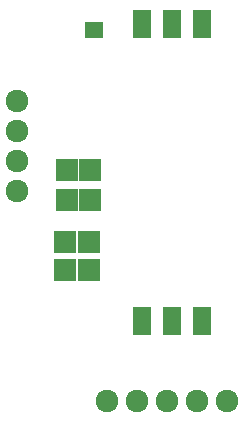
<source format=gbr>
G04 #@! TF.FileFunction,Soldermask,Bot*
%FSLAX46Y46*%
G04 Gerber Fmt 4.6, Leading zero omitted, Abs format (unit mm)*
G04 Created by KiCad (PCBNEW 4.0.6-e0-6349~53~ubuntu16.04.1) date Sun Jun 11 18:05:23 2017*
%MOMM*%
%LPD*%
G01*
G04 APERTURE LIST*
%ADD10C,0.100000*%
%ADD11R,1.924000X1.924000*%
%ADD12R,1.600000X2.400000*%
%ADD13R,1.600000X1.400000*%
%ADD14C,1.924000*%
G04 APERTURE END LIST*
D10*
D11*
X203470000Y-100711000D03*
X205470000Y-100711000D03*
X203343000Y-106680000D03*
X205343000Y-106680000D03*
X203470000Y-98171000D03*
X205470000Y-98171000D03*
X203343000Y-104267000D03*
X205343000Y-104267000D03*
D12*
X214884000Y-85852000D03*
X212344000Y-85852000D03*
X209804000Y-85852000D03*
X209804000Y-110998000D03*
X212344000Y-110998000D03*
X214884000Y-110998000D03*
D13*
X205740000Y-86360000D03*
D14*
X199263000Y-92329000D03*
X199263000Y-94869000D03*
X199263000Y-97409000D03*
X199263000Y-99949000D03*
X206883000Y-117729000D03*
X209423000Y-117729000D03*
X211963000Y-117729000D03*
X214503000Y-117729000D03*
X217043000Y-117729000D03*
M02*

</source>
